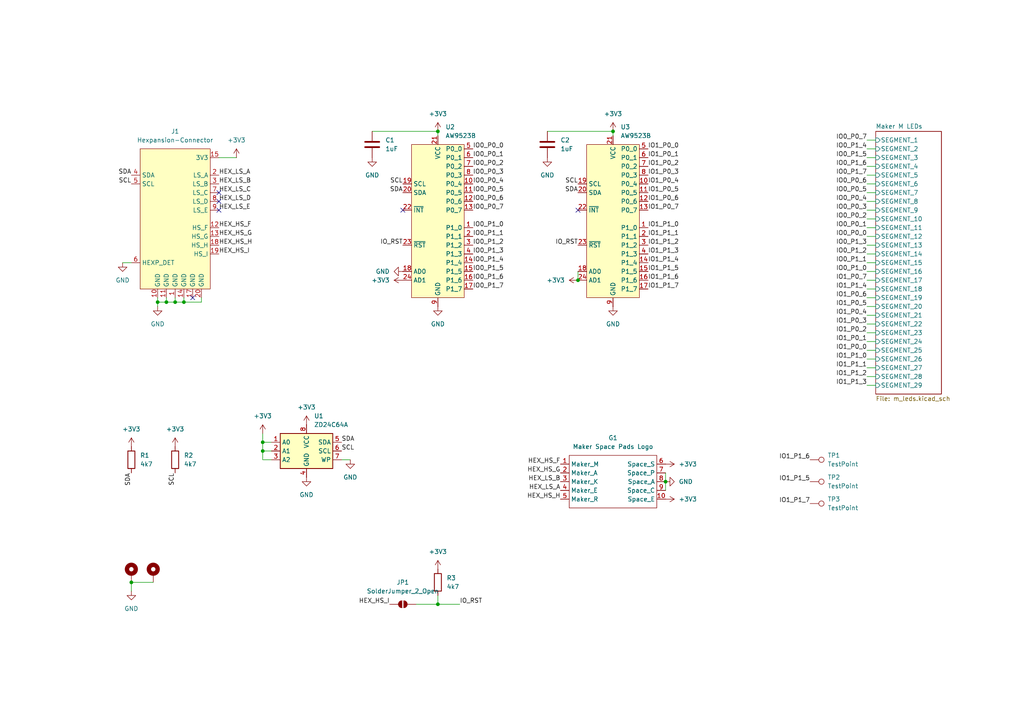
<source format=kicad_sch>
(kicad_sch (version 20231120) (generator "eeschema") (generator_version "8.0")
  (paper "A4")
  (lib_symbols
    (symbol "Connector:TestPoint" (pin_numbers hide) (pin_names (offset 0.762) hide)
      (property "Reference" "TP" (at 0 6.858 0))
      (property "Value" "TestPoint" (at 0 5.08 0))
      (symbol "TestPoint_0_1"
        (circle (center 0 3.302) (radius 0.762))
      )
      (symbol "TestPoint_1_1"
        (pin passive line (at 0 0 90) (length 2.54) (name "1") (number "1"))
      )
    )
    (symbol "Device:C" (pin_numbers hide) (pin_names (offset 0.254))
      (property "Reference" "C" (at 0.635 2.54 0))
      (property "Value" "C" (at 0.635 -2.54 0))
      (symbol "C_0_1"
        (polyline (pts (xy -2.032 -0.762) (xy 2.032 -0.762)) (stroke (width 0.508)))
        (polyline (pts (xy -2.032 0.762) (xy 2.032 0.762)) (stroke (width 0.508)))
      )
      (symbol "C_1_1"
        (pin passive line (at 0 3.81 270) (length 2.794) (name "~") (number "1"))
        (pin passive line (at 0 -3.81 90) (length 2.794) (name "~") (number "2"))
      )
    )
    (symbol "Device:R" (pin_numbers hide) (pin_names (offset 0))
      (property "Reference" "R" (at 2.032 0 90))
      (property "Value" "R" (at 0 0 90))
      (symbol "R_0_1"
        (rectangle (start -1.016 -2.54) (end 1.016 2.54) (stroke (width 0.254)))
      )
      (symbol "R_1_1"
        (pin passive line (at 0 3.81 270) (length 1.27) (name "~") (number "1"))
        (pin passive line (at 0 -3.81 90) (length 1.27) (name "~") (number "2"))
      )
    )
    (symbol "Jumper:SolderJumper_2_Open" (pin_numbers hide) (pin_names (offset 0) hide) (exclude_from_sim yes) (in_bom no)
      (property "Reference" "JP" (at 0 2.032 0))
      (property "Value" "SolderJumper_2_Open" (at 0 -2.54 0))
      (symbol "SolderJumper_2_Open_0_1"
        (arc (start -0.254 1.016) (mid -1.2656 0) (end -0.254 -1.016))
        (arc (start -0.254 1.016) (mid -1.2656 0) (end -0.254 -1.016) (fill (type outline)))
        (polyline (pts (xy -0.254 1.016) (xy -0.254 -1.016)))
        (polyline (pts (xy 0.254 1.016) (xy 0.254 -1.016)))
        (arc (start 0.254 -1.016) (mid 1.2656 0) (end 0.254 1.016))
        (arc (start 0.254 -1.016) (mid 1.2656 0) (end 0.254 1.016) (fill (type outline)))
      )
      (symbol "SolderJumper_2_Open_1_1"
        (pin passive line (at -3.81 0 0) (length 2.54) (name "A") (number "1"))
        (pin passive line (at 3.81 0 180) (length 2.54) (name "B") (number "2"))
      )
    )
    (symbol "Mechanical:MountingHole_Pad" (pin_numbers hide) (pin_names (offset 1.016) hide)
      (property "Reference" "H" (at 0 6.35 0))
      (property "Value" "MountingHole_Pad" (at 0 4.445 0))
      (symbol "MountingHole_Pad_0_1"
        (circle (center 0 1.27) (radius 1.27) (stroke (width 1.27)))
      )
      (symbol "MountingHole_Pad_1_1"
        (pin input line (at 0 -2.54 90) (length 2.54) (name "1") (number "1"))
      )
    )
    (symbol "ZD24C64A_1"
      (property "Reference" "U" (at 0 0 0))
      (property "Value" "ZD24C64A" (at 0 0 0))
      (symbol "ZD24C64A_1_1_1"
        (rectangle (start -7.62 5.08) (end 7.62 -5.08) (stroke (width 0.254)) (fill (type background)))
        (pin input line (at -10.16 2.54 0) (length 2.54) (name "A0") (number "1"))
        (pin input line (at -10.16 0 0) (length 2.54) (name "A1") (number "2"))
        (pin input line (at -10.16 -2.54 0) (length 2.54) (name "A2") (number "3"))
        (pin power_in line (at 0 -7.62 90) (length 2.54) (name "GND") (number "4"))
        (pin bidirectional line (at 10.16 2.54 180) (length 2.54) (name "SDA") (number "5"))
        (pin input line (at 10.16 0 180) (length 2.54) (name "SCL") (number "6"))
        (pin input line (at 10.16 -2.54 180) (length 2.54) (name "WP") (number "7"))
        (pin power_in line (at 0 7.62 270) (length 2.54) (name "VCC") (number "8"))
      )
    )
    (symbol "makerspace-badge:Maker_Space_Pads_Logo"
      (property "Reference" "G" (at -12.7 -8.128 0))
      (property "Value" "Maker Space Pads Logo" (at 0.508 8.89 0))
      (symbol "Maker_Space_Pads_Logo_0_1"
        (rectangle (start -12.7 7.62) (end 12.7 -7.62))
      )
      (symbol "Maker_Space_Pads_Logo_1_1"
        (pin unspecified line (at -15.24 5.08 0) (length 2.54) (name "Maker_M") (number "1"))
        (pin unspecified line (at 15.24 -5.08 180) (length 2.54) (name "Space_E") (number "10"))
        (pin unspecified line (at -15.24 2.54 0) (length 2.54) (name "Maker_A") (number "2"))
        (pin unspecified line (at -15.24 0 0) (length 2.54) (name "Maker_K") (number "3"))
        (pin unspecified line (at -15.24 -2.54 0) (length 2.54) (name "Maker_E") (number "4"))
        (pin unspecified line (at -15.24 -5.08 0) (length 2.54) (name "Maker_R") (number "5"))
        (pin unspecified line (at 15.24 5.08 180) (length 2.54) (name "Space_S") (number "6"))
        (pin unspecified line (at 15.24 2.54 180) (length 2.54) (name "Space_P") (number "7"))
        (pin unspecified line (at 15.24 0 180) (length 2.54) (name "Space_A") (number "8"))
        (pin unspecified line (at 15.24 -2.54 180) (length 2.54) (name "Space_C") (number "9"))
      )
    )
    (symbol "power:+3V3" (power) (pin_numbers hide) (pin_names (offset 0) hide)
      (property "Value" "+3V3" (at 0 3.556 0))
      (symbol "+3V3_0_1"
        (polyline (pts (xy -0.762 1.27) (xy 0 2.54)))
        (polyline (pts (xy 0 0) (xy 0 2.54)))
        (polyline (pts (xy 0 2.54) (xy 0.762 1.27)))
      )
      (symbol "+3V3_1_1"
        (pin power_in line (at 0 0 90) (length 0) (name "~") (number "1"))
      )
    )
    (symbol "power:GND" (power) (pin_numbers hide) (pin_names (offset 0) hide)
      (property "Value" "GND" (at 0 -3.81 0))
      (symbol "GND_0_1"
        (polyline (pts (xy 0 0) (xy 0 -1.27) (xy 1.27 -1.27) (xy 0 -2.54) (xy -1.27 -1.27) (xy 0 -1.27)))
      )
      (symbol "GND_1_1"
        (pin power_in line (at 0 0 270) (length 0) (name "~") (number "1"))
      )
    )
    (symbol "tildagon:AW9523B"
      (property "Reference" "U" (at 0 0 0))
      (property "Value" "AW9523B" (at 0 0 0))
      (symbol "AW9523B_1_1"
        (rectangle (start -7.62 21.59) (end 7.62 -22.86) (fill (type background)))
        (pin tri_state line (at 10.16 -2.54 180) (length 2.54) (name "P1_0") (number "1"))
        (pin tri_state line (at 10.16 10.16 180) (length 2.54) (name "P0_4") (number "10"))
        (pin tri_state line (at 10.16 7.62 180) (length 2.54) (name "P0_5") (number "11"))
        (pin tri_state line (at 10.16 5.08 180) (length 2.54) (name "P0_6") (number "12"))
        (pin tri_state line (at 10.16 2.54 180) (length 2.54) (name "P0_7") (number "13"))
        (pin tri_state line (at 10.16 -12.7 180) (length 2.54) (name "P1_4") (number "14"))
        (pin tri_state line (at 10.16 -15.24 180) (length 2.54) (name "P1_5") (number "15"))
        (pin tri_state line (at 10.16 -17.78 180) (length 2.54) (name "P1_6") (number "16"))
        (pin tri_state line (at 10.16 -20.32 180) (length 2.54) (name "P1_7") (number "17"))
        (pin input line (at -10.16 -15.24 0) (length 2.54) (name "AD0") (number "18"))
        (pin input line (at -10.16 10.16 0) (length 2.54) (name "SCL") (number "19"))
        (pin tri_state line (at 10.16 -5.08 180) (length 2.54) (name "P1_1") (number "2"))
        (pin input line (at -10.16 7.62 0) (length 2.54) (name "SDA") (number "20"))
        (pin power_in line (at 0 24.13 270) (length 2.54) (name "VCC") (number "21"))
        (pin open_collector line (at -10.16 2.54 0) (length 2.54) (name "~{INT}") (number "22"))
        (pin input line (at -10.16 -7.62 0) (length 2.54) (name "~{RST}") (number "23"))
        (pin input line (at -10.16 -17.78 0) (length 2.54) (name "AD1") (number "24"))
        (pin passive line (at 0 -25.4 90) (length 2.54) hide (name "GND") (number "25"))
        (pin tri_state line (at 10.16 -7.62 180) (length 2.54) (name "P1_2") (number "3"))
        (pin tri_state line (at 10.16 -10.16 180) (length 2.54) (name "P1_3") (number "4"))
        (pin tri_state line (at 10.16 20.32 180) (length 2.54) (name "P0_0") (number "5"))
        (pin tri_state line (at 10.16 17.78 180) (length 2.54) (name "P0_1") (number "6"))
        (pin tri_state line (at 10.16 15.24 180) (length 2.54) (name "P0_2") (number "7"))
        (pin tri_state line (at 10.16 12.7 180) (length 2.54) (name "P0_3") (number "8"))
        (pin power_in line (at 0 -25.4 90) (length 2.54) (name "GND") (number "9"))
      )
    )
    (symbol "tildagon:hexpansion-edge-connector" (in_bom no)
      (property "Reference" "J" (at -6.35 17.78 0))
      (property "Value" "Hexpansion-Connector" (at 0 21.59 0))
      (symbol "hexpansion-edge-connector_1_1"
        (rectangle (start -10.16 20.32) (end 10.16 -20.32) (fill (type background)))
        (pin power_out line (at 0 -22.86 90) (length 2.54) (name "GND") (number "1"))
        (pin passive line (at -5.08 -22.86 90) (length 2.54) (name "GND") (number "10"))
        (pin passive line (at -2.54 -22.86 90) (length 2.54) (name "GND") (number "11"))
        (pin bidirectional line (at 12.7 -2.54 180) (length 2.54) (name "HS_F") (number "12"))
        (pin bidirectional line (at 12.7 -5.08 180) (length 2.54) (name "HS_G") (number "13"))
        (pin passive line (at 2.54 -22.86 90) (length 2.54) (name "GND") (number "14"))
        (pin power_out line (at 12.7 17.78 180) (length 2.54) (name "3V3") (number "15"))
        (pin passive line (at 12.7 17.78 180) (length 2.54) hide (name "3V3") (number "16"))
        (pin passive line (at 5.08 -22.86 90) (length 2.54) (name "GND") (number "17"))
        (pin bidirectional line (at 12.7 -7.62 180) (length 2.54) (name "HS_H") (number "18"))
        (pin bidirectional line (at 12.7 -10.16 180) (length 2.54) (name "HS_I") (number "19"))
        (pin bidirectional line (at 12.7 12.7 180) (length 2.54) (name "LS_A") (number "2"))
        (pin passive line (at 7.62 -22.86 90) (length 2.54) (name "GND") (number "20"))
        (pin bidirectional line (at 12.7 10.16 180) (length 2.54) (name "LS_B") (number "3"))
        (pin bidirectional line (at -12.7 12.7 0) (length 2.54) (name "SDA") (number "4"))
        (pin output line (at -12.7 10.16 0) (length 2.54) (name "SCL") (number "5"))
        (pin bidirectional line (at -12.7 -12.7 0) (length 2.54) (name "HEXP_DET") (number "6"))
        (pin bidirectional line (at 12.7 7.62 180) (length 2.54) (name "LS_C") (number "7"))
        (pin bidirectional line (at 12.7 5.08 180) (length 2.54) (name "LS_D") (number "8"))
        (pin bidirectional line (at 12.7 2.54 180) (length 2.54) (name "LS_E") (number "9"))
      )
    )
  )
  (junction (at 48.26 87.63))
  (junction (at 76.2 128.27))
  (junction (at 127 175.26))
  (junction (at 193.04 139.7))
  (junction (at 167.64 81.28))
  (junction (at 53.34 87.63))
  (junction (at 127 38.1))
  (junction (at 50.8 87.63))
  (junction (at 177.8 38.1))
  (junction (at 76.2 130.81))
  (junction (at 45.72 87.63))
  (junction (at 38.1 168.91))
  (no_connect (at 116.84 60.96))
  (no_connect (at 63.5 60.96))
  (no_connect (at 63.5 58.42))
  (no_connect (at 63.5 55.88))
  (no_connect (at 55.88 86.36))
  (no_connect (at 167.64 60.96))
  (wire (pts (xy 38.1 168.91) (xy 44.45 168.91)))
  (wire (pts (xy 251.46 86.36) (xy 254 86.36)))
  (wire (pts (xy 107.95 38.1) (xy 127 38.1)))
  (wire (pts (xy 38.1 168.91) (xy 38.1 171.45)))
  (wire (pts (xy 50.8 86.36) (xy 50.8 87.63)))
  (wire (pts (xy 251.46 43.18) (xy 254 43.18)))
  (wire (pts (xy 58.42 87.63) (xy 53.34 87.63)))
  (wire (pts (xy 251.46 45.72) (xy 254 45.72)))
  (wire (pts (xy 193.04 137.16) (xy 193.04 139.7)))
  (wire (pts (xy 251.46 48.26) (xy 254 48.26)))
  (wire (pts (xy 251.46 76.2) (xy 254 76.2)))
  (wire (pts (xy 251.46 78.74) (xy 254 78.74)))
  (wire (pts (xy 99.06 133.35) (xy 101.6 133.35)))
  (wire (pts (xy 251.46 109.22) (xy 254 109.22)))
  (wire (pts (xy 76.2 125.73) (xy 76.2 128.27)))
  (wire (pts (xy 127 38.1) (xy 127 39.37)))
  (wire (pts (xy 251.46 71.12) (xy 254 71.12)))
  (wire (pts (xy 58.42 86.36) (xy 58.42 87.63)))
  (wire (pts (xy 177.8 38.1) (xy 177.8 39.37)))
  (wire (pts (xy 251.46 40.64) (xy 254 40.64)))
  (wire (pts (xy 45.72 86.36) (xy 45.72 87.63)))
  (wire (pts (xy 251.46 73.66) (xy 254 73.66)))
  (wire (pts (xy 251.46 99.06) (xy 254 99.06)))
  (wire (pts (xy 76.2 130.81) (xy 78.74 130.81)))
  (wire (pts (xy 167.64 78.74) (xy 167.64 81.28)))
  (wire (pts (xy 63.5 45.72) (xy 68.58 45.72)))
  (wire (pts (xy 48.26 86.36) (xy 48.26 87.63)))
  (wire (pts (xy 53.34 86.36) (xy 53.34 87.63)))
  (wire (pts (xy 251.46 55.88) (xy 254 55.88)))
  (wire (pts (xy 251.46 68.58) (xy 254 68.58)))
  (wire (pts (xy 251.46 104.14) (xy 254 104.14)))
  (wire (pts (xy 251.46 88.9) (xy 254 88.9)))
  (wire (pts (xy 251.46 93.98) (xy 254 93.98)))
  (wire (pts (xy 35.56 76.2) (xy 38.1 76.2)))
  (wire (pts (xy 251.46 81.28) (xy 254 81.28)))
  (wire (pts (xy 127 172.72) (xy 127 175.26)))
  (wire (pts (xy 76.2 128.27) (xy 76.2 130.81)))
  (wire (pts (xy 193.04 139.7) (xy 193.04 142.24)))
  (wire (pts (xy 251.46 60.96) (xy 254 60.96)))
  (wire (pts (xy 251.46 58.42) (xy 254 58.42)))
  (wire (pts (xy 251.46 83.82) (xy 254 83.82)))
  (wire (pts (xy 53.34 87.63) (xy 50.8 87.63)))
  (wire (pts (xy 251.46 66.04) (xy 254 66.04)))
  (wire (pts (xy 251.46 63.5) (xy 254 63.5)))
  (wire (pts (xy 251.46 101.6) (xy 254 101.6)))
  (wire (pts (xy 120.65 175.26) (xy 127 175.26)))
  (wire (pts (xy 76.2 130.81) (xy 76.2 133.35)))
  (wire (pts (xy 251.46 106.68) (xy 254 106.68)))
  (wire (pts (xy 158.75 38.1) (xy 177.8 38.1)))
  (wire (pts (xy 251.46 50.8) (xy 254 50.8)))
  (wire (pts (xy 251.46 53.34) (xy 254 53.34)))
  (wire (pts (xy 76.2 128.27) (xy 78.74 128.27)))
  (wire (pts (xy 251.46 96.52) (xy 254 96.52)))
  (wire (pts (xy 45.72 87.63) (xy 45.72 88.9)))
  (wire (pts (xy 48.26 87.63) (xy 45.72 87.63)))
  (wire (pts (xy 127 175.26) (xy 133.35 175.26)))
  (wire (pts (xy 251.46 111.76) (xy 254 111.76)))
  (wire (pts (xy 50.8 87.63) (xy 48.26 87.63)))
  (wire (pts (xy 76.2 133.35) (xy 78.74 133.35)))
  (wire (pts (xy 251.46 91.44) (xy 254 91.44)))
  (label "SCL" (at 50.8 137.16 270))
  (label "IO1_P0_0" (at 251.46 101.6 180))
  (label "IO1_P1_3" (at 187.96 73.66 0))
  (label "IO0_P1_7" (at 137.16 83.82 0))
  (label "IO1_P1_0" (at 187.96 66.04 0))
  (label "IO0_P0_7" (at 137.16 60.96 0))
  (label "IO1_P1_1" (at 187.96 68.58 0))
  (label "HEX_LS_B" (at 162.56 139.7 180))
  (label "IO1_P0_0" (at 187.96 43.18 0))
  (label "SDA" (at 116.84 55.88 180))
  (label "HEX_LS_B" (at 63.5 53.34 0))
  (label "IO0_P1_4" (at 251.46 43.18 180))
  (label "IO1_P0_1" (at 187.96 45.72 0))
  (label "IO1_P0_4" (at 187.96 53.34 0))
  (label "HEX_HS_H" (at 162.56 144.78 180))
  (label "HEX_HS_F" (at 162.56 134.62 180))
  (label "IO1_P1_3" (at 251.46 111.76 180))
  (label "IO1_P1_5" (at 187.96 78.74 0))
  (label "IO0_P1_7" (at 251.46 50.8 180))
  (label "HEX_HS_G" (at 162.56 137.16 180))
  (label "IO0_P1_6" (at 137.16 81.28 0))
  (label "SCL" (at 38.1 53.34 180))
  (label "HEX_LS_A" (at 162.56 142.24 180))
  (label "HEX_HS_H" (at 63.5 71.12 0))
  (label "IO1_P1_4" (at 187.96 76.2 0))
  (label "IO0_P0_1" (at 137.16 45.72 0))
  (label "HEX_HS_I" (at 113.03 175.26 180))
  (label "IO1_P0_6" (at 187.96 58.42 0))
  (label "IO1_P1_6" (at 234.95 133.35 180))
  (label "IO0_P0_6" (at 251.46 53.34 180))
  (label "HEX_HS_I" (at 63.5 73.66 0))
  (label "IO1_P1_7" (at 187.96 83.82 0))
  (label "IO1_P0_6" (at 251.46 86.36 180))
  (label "IO0_P1_2" (at 137.16 71.12 0))
  (label "IO1_P0_4" (at 251.46 91.44 180))
  (label "IO1_P0_1" (at 251.46 99.06 180))
  (label "HEX_LS_E" (at 63.5 60.96 0))
  (label "IO0_P1_0" (at 137.16 66.04 0))
  (label "IO0_P0_6" (at 137.16 58.42 0))
  (label "IO1_P0_5" (at 187.96 55.88 0))
  (label "HEX_LS_A" (at 63.5 50.8 0))
  (label "IO0_P0_2" (at 137.16 48.26 0))
  (label "IO1_P0_3" (at 251.46 93.98 180))
  (label "IO1_P1_2" (at 251.46 109.22 180))
  (label "SCL" (at 99.06 130.81 0))
  (label "IO0_P0_0" (at 251.46 68.58 180))
  (label "IO_RST" (at 133.35 175.26 0))
  (label "IO0_P0_3" (at 251.46 60.96 180))
  (label "SDA" (at 38.1 50.8 180))
  (label "IO0_P0_5" (at 251.46 55.88 180))
  (label "IO0_P1_4" (at 137.16 76.2 0))
  (label "IO1_P0_2" (at 251.46 96.52 180))
  (label "IO0_P0_2" (at 251.46 63.5 180))
  (label "IO0_P0_0" (at 137.16 43.18 0))
  (label "IO1_P0_5" (at 251.46 88.9 180))
  (label "HEX_HS_G" (at 63.5 68.58 0))
  (label "IO0_P0_5" (at 137.16 55.88 0))
  (label "IO1_P1_5" (at 234.95 139.7 180))
  (label "IO0_P0_7" (at 251.46 40.64 180))
  (label "SDA" (at 167.64 55.88 180))
  (label "HEX_LS_C" (at 63.5 55.88 0))
  (label "IO1_P1_4" (at 251.46 83.82 180))
  (label "IO0_P0_4" (at 137.16 53.34 0))
  (label "IO_RST" (at 116.84 71.12 180))
  (label "IO1_P1_7" (at 234.95 146.05 180))
  (label "SDA" (at 99.06 128.27 0))
  (label "IO1_P1_1" (at 251.46 106.68 180))
  (label "IO0_P1_5" (at 251.46 45.72 180))
  (label "SCL" (at 167.64 53.34 180))
  (label "IO_RST" (at 167.64 71.12 180))
  (label "IO1_P1_2" (at 187.96 71.12 0))
  (label "IO1_P0_7" (at 251.46 81.28 180))
  (label "IO0_P1_6" (at 251.46 48.26 180))
  (label "IO0_P1_1" (at 137.16 68.58 0))
  (label "IO0_P1_3" (at 251.46 71.12 180))
  (label "HEX_HS_F" (at 63.5 66.04 0))
  (label "IO1_P1_0" (at 251.46 104.14 180))
  (label "SDA" (at 38.1 137.16 270))
  (label "HEX_LS_D" (at 63.5 58.42 0))
  (label "IO0_P1_3" (at 137.16 73.66 0))
  (label "IO0_P1_5" (at 137.16 78.74 0))
  (label "IO0_P0_4" (at 251.46 58.42 180))
  (label "SCL" (at 116.84 53.34 180))
  (label "IO0_P0_1" (at 251.46 66.04 180))
  (label "IO1_P1_6" (at 187.96 81.28 0))
  (label "IO0_P1_1" (at 251.46 76.2 180))
  (label "IO1_P0_2" (at 187.96 48.26 0))
  (label "IO0_P1_0" (at 251.46 78.74 180))
  (label "IO1_P0_3" (at 187.96 50.8 0))
  (label "IO1_P0_7" (at 187.96 60.96 0))
  (label "IO0_P1_2" (at 251.46 73.66 180))
  (label "IO0_P0_3" (at 137.16 50.8 0))
  (symbol (lib_id "power:GND") (at 101.6 133.35 0) (unit 1)
    (property "Reference" "#PWR011" (effects (hide yes)))
    (property "Value" "GND" (at 101.6 138.43 0))
    (property "Description" "Power symbol creates a global label with name \"GND\" , ground" (effects (hide yes)))
  )
  (symbol (lib_id "power:+3V3") (at 116.84 81.28 90) (unit 1)
    (property "Reference" "#PWR023" (effects (hide yes)))
    (property "Value" "+3V3" (at 113.03 81.2799 90) (effects (justify left)))
    (property "Description" "Power symbol creates a global label with name \"+3V3\"" (effects (hide yes)))
  )
  (symbol (lib_id "power:GND") (at 177.8 88.9 0) (unit 1)
    (property "Reference" "#PWR014" (effects (hide yes)))
    (property "Value" "GND" (at 177.8 93.98 0))
    (property "Description" "Power symbol creates a global label with name \"GND\" , ground" (effects (hide yes)))
  )
  (symbol (lib_id "power:+3V3") (at 127 165.1 0) (unit 1)
    (property "Reference" "#PWR026" (effects (hide yes)))
    (property "Value" "+3V3" (at 127 160.02 0))
    (property "Description" "Power symbol creates a global label with name \"+3V3\"" (effects (hide yes)))
  )
  (symbol (lib_id "power:+3V3") (at 193.04 134.62 270) (unit 1)
    (property "Reference" "#PWR028" (effects (hide yes)))
    (property "Value" "+3V3" (at 196.85 134.6199 90) (effects (justify left)))
    (property "Description" "Power symbol creates a global label with name \"+3V3\"" (effects (hide yes)))
  )
  (symbol (lib_id "power:+3V3") (at 68.58 45.72 0) (unit 1)
    (property "Reference" "#PWR05" (effects (hide yes)))
    (property "Value" "+3V3" (at 68.58 40.64 0))
    (property "Description" "Power symbol creates a global label with name \"+3V3\"" (effects (hide yes)))
  )
  (symbol (lib_id "power:GND") (at 158.75 45.72 0) (unit 1)
    (property "Reference" "#PWR015" (effects (hide yes)))
    (property "Value" "GND" (at 158.75 50.8 0))
    (property "Description" "Power symbol creates a global label with name \"GND\" , ground" (effects (hide yes)))
  )
  (symbol (lib_id "Mechanical:MountingHole_Pad") (at 38.1 166.37 0) (unit 1)
    (property "Reference" "H1" (effects (hide yes)))
    (property "Value" "MountingHole_Pad" (effects (hide yes)))
    (property "Footprint" "MountingHole:MountingHole_2.2mm_M2_Pad_Via" (effects (hide yes)))
  )
  (symbol (lib_id "power:GND") (at 45.72 88.9 0) (unit 1)
    (property "Reference" "#PWR01" (effects (hide yes)))
    (property "Value" "GND" (at 45.72 93.98 0))
    (property "Description" "Power symbol creates a global label with name \"GND\" , ground" (effects (hide yes)))
  )
  (symbol (lib_id "Connector:TestPoint") (at 234.95 139.7 270) (unit 1)
    (property "Reference" "TP2" (at 240.03 138.4299 90) (effects (justify left)))
    (property "Value" "TestPoint" (at 240.03 140.9699 90) (effects (justify left)))
    (property "Footprint" "makerspace-badge:duck-test-pad" (effects (hide yes)))
    (property "Description" "test point" (effects (hide yes)))
  )
  (symbol (lib_id "tildagon:AW9523B") (at 177.8 63.5 0) (unit 1)
    (property "Reference" "U3" (at 179.9941 36.83 0) (effects (justify left)))
    (property "Value" "AW9523B" (at 179.9941 39.37 0) (effects (justify left)))
    (property "Footprint" "Package_DFN_QFN:QFN-24-1EP_4x4mm_P0.5mm_EP2.7x2.6mm" (effects (hide yes)))
    (property "Datasheet" "https://cdn-shop.adafruit.com/product-files/4886/AW9523%20English%20Datasheet.pdf" (effects (hide yes)))
    (property "LCSC" "C148077" (effects (hide yes)))
  )
  (symbol (lib_name "ZD24C64A_1") (lib_id "hexpansion:ZD24C64A") (at 88.9 130.81 0) (unit 1)
    (property "Reference" "U1" (at 91.0941 120.65 0) (effects (justify left)))
    (property "Value" "ZD24C64A" (at 91.0941 123.19 0) (effects (justify left)))
    (property "Footprint" "Package_SO:TSSOP-8_4.4x3mm_P0.65mm" (effects (hide yes)))
    (property "Datasheet" "https://www.lcsc.com/datasheet/lcsc_datasheet_2108150430_Zetta-ZD24C64A-XGMT_C2875852.pdf" (effects (hide yes)))
    (property "Description" "64Kbit 1MHz I2C TSSOP-8 EEPROM ROHS " (effects (hide yes)))
    (property "LCSC" "C2875852" (effects (hide yes)))
  )
  (symbol (lib_id "Device:C") (at 107.95 41.91 0) (unit 1)
    (property "Reference" "C1" (at 111.76 40.6399 0) (effects (justify left)))
    (property "Value" "1uF" (at 111.76 43.1799 0) (effects (justify left)))
    (property "Footprint" "Capacitor_SMD:C_0603_1608Metric" (effects (hide yes)))
    (property "Description" "Unpolarized capacitor" (effects (hide yes)))
    (property "LCSC" "C1592" (effects (hide yes)))
  )
  (symbol (lib_id "power:GND") (at 38.1 171.45 0) (unit 1)
    (property "Reference" "#PWR02" (effects (hide yes)))
    (property "Value" "GND" (at 38.1 176.53 0))
    (property "Description" "Power symbol creates a global label with name \"GND\" , ground" (effects (hide yes)))
  )
  (symbol (lib_id "power:+3V3") (at 167.64 81.28 90) (unit 1)
    (property "Reference" "#PWR025" (effects (hide yes)))
    (property "Value" "+3V3" (at 163.83 81.2799 90) (effects (justify left)))
    (property "Description" "Power symbol creates a global label with name \"+3V3\"" (effects (hide yes)))
  )
  (symbol (lib_id "power:+3V3") (at 127 38.1 0) (unit 1)
    (property "Reference" "#PWR04" (effects (hide yes)))
    (property "Value" "+3V3" (at 127 33.02 0))
    (property "Description" "Power symbol creates a global label with name \"+3V3\"" (effects (hide yes)))
  )
  (symbol (lib_id "Mechanical:MountingHole_Pad") (at 44.45 166.37 0) (unit 1)
    (property "Reference" "H2" (effects (hide yes)))
    (property "Value" "MountingHole_Pad" (effects (hide yes)))
    (property "Footprint" "MountingHole:MountingHole_2.2mm_M2_Pad_Via" (effects (hide yes)))
  )
  (symbol (lib_id "power:+3V3") (at 38.1 129.54 0) (unit 1)
    (property "Reference" "#PWR07" (effects (hide yes)))
    (property "Value" "+3V3" (at 38.1 124.46 0))
    (property "Description" "Power symbol creates a global label with name \"+3V3\"" (effects (hide yes)))
  )
  (symbol (lib_id "tildagon:hexpansion-edge-connector") (at 50.8 63.5 0) (unit 1) (exclude_from_sim yes) (in_bom no)
    (property "Reference" "J1" (at 50.8 38.1 0))
    (property "Value" "Hexpansion-Connector" (at 50.8 40.64 0))
    (property "Footprint" "tildagon:hexpansion-edge-connector" (effects (hide yes)))
  )
  (symbol (lib_id "power:GND") (at 127 88.9 0) (unit 1)
    (property "Reference" "#PWR013" (effects (hide yes)))
    (property "Value" "GND" (at 127 93.98 0))
    (property "Description" "Power symbol creates a global label with name \"GND\" , ground" (effects (hide yes)))
  )
  (symbol (lib_id "power:GND") (at 35.56 76.2 0) (unit 1)
    (property "Reference" "#PWR03" (effects (hide yes)))
    (property "Value" "GND" (at 35.56 81.28 0))
    (property "Description" "Power symbol creates a global label with name \"GND\" , ground" (effects (hide yes)))
  )
  (symbol (lib_id "power:+3V3") (at 50.8 129.54 0) (unit 1)
    (property "Reference" "#PWR08" (effects (hide yes)))
    (property "Value" "+3V3" (at 50.8 124.46 0))
    (property "Description" "Power symbol creates a global label with name \"+3V3\"" (effects (hide yes)))
  )
  (symbol (lib_id "Device:R") (at 127 168.91 0) (unit 1)
    (property "Reference" "R3" (at 129.54 167.6399 0) (effects (justify left)))
    (property "Value" "4k7" (at 129.54 170.1799 0) (effects (justify left)))
    (property "Footprint" "Resistor_SMD:R_0805_2012Metric" (effects (hide yes)))
    (property "Description" "Resistor" (effects (hide yes)))
    (property "LCSC" "C3017854" (effects (hide yes)))
  )
  (symbol (lib_id "power:GND") (at 107.95 45.72 0) (unit 1)
    (property "Reference" "#PWR016" (effects (hide yes)))
    (property "Value" "GND" (at 107.95 50.8 0))
    (property "Description" "Power symbol creates a global label with name \"GND\" , ground" (effects (hide yes)))
  )
  (symbol (lib_id "power:+3V3") (at 193.04 144.78 270) (unit 1)
    (property "Reference" "#PWR029" (effects (hide yes)))
    (property "Value" "+3V3" (at 196.85 144.7799 90) (effects (justify left)))
    (property "Description" "Power symbol creates a global label with name \"+3V3\"" (effects (hide yes)))
  )
  (symbol (lib_id "Connector:TestPoint") (at 234.95 146.05 270) (unit 1)
    (property "Reference" "TP3" (at 240.03 144.7799 90) (effects (justify left)))
    (property "Value" "TestPoint" (at 240.03 147.3199 90) (effects (justify left)))
    (property "Footprint" "makerspace-badge:duck-test-pad" (effects (hide yes)))
    (property "Description" "test point" (effects (hide yes)))
  )
  (symbol (lib_id "tildagon:AW9523B") (at 127 63.5 0) (unit 1)
    (property "Reference" "U2" (at 129.1941 36.83 0) (effects (justify left)))
    (property "Value" "AW9523B" (at 129.1941 39.37 0) (effects (justify left)))
    (property "Footprint" "Package_DFN_QFN:QFN-24-1EP_4x4mm_P0.5mm_EP2.7x2.6mm" (effects (hide yes)))
    (property "Datasheet" "https://cdn-shop.adafruit.com/product-files/4886/AW9523%20English%20Datasheet.pdf" (effects (hide yes)))
    (property "LCSC" "C148077" (effects (hide yes)))
  )
  (symbol (lib_id "power:GND") (at 116.84 78.74 270) (unit 1)
    (property "Reference" "#PWR024" (effects (hide yes)))
    (property "Value" "GND" (at 113.03 78.7399 90) (effects (justify right)))
    (property "Description" "Power symbol creates a global label with name \"GND\" , ground" (effects (hide yes)))
  )
  (symbol (lib_id "Device:R") (at 38.1 133.35 0) (unit 1)
    (property "Reference" "R1" (at 40.64 132.0799 0) (effects (justify left)))
    (property "Value" "4k7" (at 40.64 134.6199 0) (effects (justify left)))
    (property "Footprint" "Resistor_SMD:R_0805_2012Metric" (effects (hide yes)))
    (property "Description" "Resistor" (effects (hide yes)))
    (property "LCSC" "C3017854" (effects (hide yes)))
  )
  (symbol (lib_id "power:+3V3") (at 76.2 125.73 0) (unit 1)
    (property "Reference" "#PWR012" (effects (hide yes)))
    (property "Value" "+3V3" (at 76.2 120.65 0))
    (property "Description" "Power symbol creates a global label with name \"+3V3\"" (effects (hide yes)))
  )
  (symbol (lib_id "power:+3V3") (at 88.9 123.19 0) (unit 1)
    (property "Reference" "#PWR09" (effects (hide yes)))
    (property "Value" "+3V3" (at 88.9 118.11 0))
    (property "Description" "Power symbol creates a global label with name \"+3V3\"" (effects (hide yes)))
  )
  (symbol (lib_id "Connector:TestPoint") (at 234.95 133.35 270) (unit 1)
    (property "Reference" "TP1" (at 240.03 132.0799 90) (effects (justify left)))
    (property "Value" "TestPoint" (at 240.03 134.6199 90) (effects (justify left)))
    (property "Footprint" "makerspace-badge:rabbit-test-pad" (effects (hide yes)))
    (property "Description" "test point" (effects (hide yes)))
  )
  (symbol (lib_id "power:+3V3") (at 177.8 38.1 0) (unit 1)
    (property "Reference" "#PWR06" (effects (hide yes)))
    (property "Value" "+3V3" (at 177.8 33.02 0))
    (property "Description" "Power symbol creates a global label with name \"+3V3\"" (effects (hide yes)))
  )
  (symbol (lib_id "power:GND") (at 193.04 139.7 90) (unit 1)
    (property "Reference" "#PWR027" (effects (hide yes)))
    (property "Value" "GND" (at 196.85 139.6999 90) (effects (justify right)))
    (property "Description" "Power symbol creates a global label with name \"GND\" , ground" (effects (hide yes)))
  )
  (symbol (lib_id "Device:C") (at 158.75 41.91 0) (unit 1)
    (property "Reference" "C2" (at 162.56 40.6399 0) (effects (justify left)))
    (property "Value" "1uF" (at 162.56 43.1799 0) (effects (justify left)))
    (property "Footprint" "Capacitor_SMD:C_0603_1608Metric" (effects (hide yes)))
    (property "Description" "Unpolarized capacitor" (effects (hide yes)))
    (property "LCSC" "C1592" (effects (hide yes)))
  )
  (symbol (lib_id "makerspace-badge:Maker_Space_Pads_Logo") (at 177.8 139.7 0) (unit 1)
    (property "Reference" "G1" (at 177.8 127 0))
    (property "Value" "Maker Space Pads Logo" (at 177.8 129.54 0))
    (property "Footprint" "makerspace-badge:Maker Space Pads Logo" (effects (hide yes)))
  )
  (symbol (lib_id "power:GND") (at 88.9 138.43 0) (unit 1)
    (property "Reference" "#PWR010" (effects (hide yes)))
    (property "Value" "GND" (at 88.9 143.51 0))
    (property "Description" "Power symbol creates a global label with name \"GND\" , ground" (effects (hide yes)))
  )
  (symbol (lib_id "Device:R") (at 50.8 133.35 0) (unit 1)
    (property "Reference" "R2" (at 53.34 132.0799 0) (effects (justify left)))
    (property "Value" "4k7" (at 53.34 134.6199 0) (effects (justify left)))
    (property "Footprint" "Resistor_SMD:R_0805_2012Metric" (effects (hide yes)))
    (property "Description" "Resistor" (effects (hide yes)))
    (property "LCSC" "C3017854" (effects (hide yes)))
  )
  (symbol (lib_id "Jumper:SolderJumper_2_Open") (at 116.84 175.26 0) (unit 1) (exclude_from_sim yes) (in_bom no)
    (property "Reference" "JP1" (at 116.84 168.91 0))
    (property "Value" "SolderJumper_2_Open" (at 116.84 171.45 0))
    (property "Footprint" "Jumper:SolderJumper-2_P1.3mm_Open_TrianglePad1.0x1.5mm" (effects (hide yes)))
    (property "Description" "Solder Jumper, 2-pole, open" (effects (hide yes)))
  )
  (sheet (at 254 38.1) (size 19.05 76.2) (stroke (width 0.1524))
    (property "Sheetname" "Maker M LEDs" (at 254 37.3884 0) (effects (justify left bottom)))
    (property "Sheetfile" "m_leds.kicad_sch" (at 254 114.8846 0) (effects (justify left top)))
    (pin "SEGMENT_3" input (at 254 45.72 180))
    (pin "SEGMENT_10" input (at 254 63.5 180))
    (pin "SEGMENT_9" input (at 254 60.96 180))
    (pin "SEGMENT_11" input (at 254 66.04 180))
    (pin "SEGMENT_5" input (at 254 50.8 180))
    (pin "SEGMENT_6" input (at 254 53.34 180))
    (pin "SEGMENT_8" input (at 254 58.42 180))
    (pin "SEGMENT_4" input (at 254 48.26 180))
    (pin "SEGMENT_7" input (at 254 55.88 180))
    (pin "SEGMENT_1" input (at 254 40.64 180))
    (pin "SEGMENT_2" input (at 254 43.18 180))
    (pin "SEGMENT_14" input (at 254 73.66 180))
    (pin "SEGMENT_23" input (at 254 96.52 180))
    (pin "SEGMENT_19" input (at 254 86.36 180))
    (pin "SEGMENT_21" input (at 254 91.44 180))
    (pin "SEGMENT_26" input (at 254 104.14 180))
    (pin "SEGMENT_17" input (at 254 81.28 180))
    (pin "SEGMENT_16" input (at 254 78.74 180))
    (pin "SEGMENT_24" input (at 254 99.06 180))
    (pin "SEGMENT_20" input (at 254 88.9 180))
    (pin "SEGMENT_15" input (at 254 76.2 180))
    (pin "SEGMENT_25" input (at 254 101.6 180))
    (pin "SEGMENT_22" input (at 254 93.98 180))
    (pin "SEGMENT_18" input (at 254 83.82 180))
    (pin "SEGMENT_12" input (at 254 68.58 180))
    (pin "SEGMENT_13" input (at 254 71.12 180))
    (pin "SEGMENT_27" input (at 254 106.68 180))
    (pin "SEGMENT_28" input (at 254 109.22 180))
    (pin "SEGMENT_29" input (at 254 111.76 180))
  )
)
</source>
